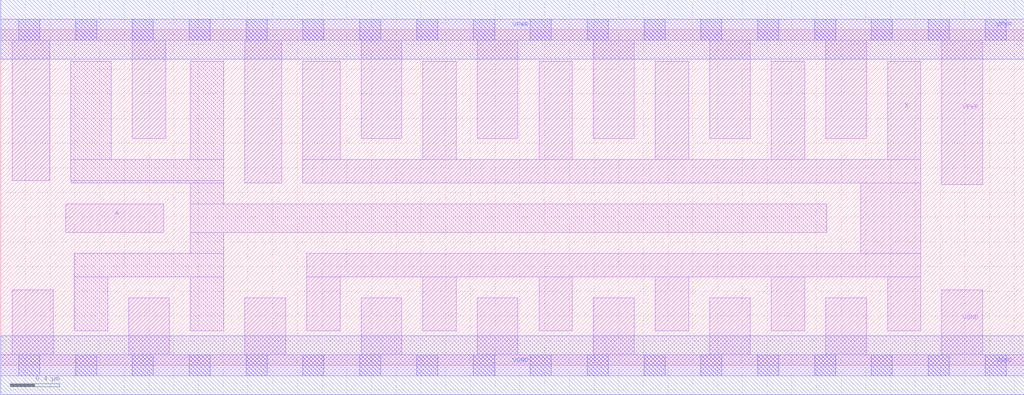
<source format=lef>
# Copyright 2020 The SkyWater PDK Authors
#
# Licensed under the Apache License, Version 2.0 (the "License");
# you may not use this file except in compliance with the License.
# You may obtain a copy of the License at
#
#     https://www.apache.org/licenses/LICENSE-2.0
#
# Unless required by applicable law or agreed to in writing, software
# distributed under the License is distributed on an "AS IS" BASIS,
# WITHOUT WARRANTIES OR CONDITIONS OF ANY KIND, either express or implied.
# See the License for the specific language governing permissions and
# limitations under the License.
#
# SPDX-License-Identifier: Apache-2.0

VERSION 5.7 ;
  NAMESCASESENSITIVE ON ;
  NOWIREEXTENSIONATPIN ON ;
  DIVIDERCHAR "/" ;
  BUSBITCHARS "[]" ;
UNITS
  DATABASE MICRONS 200 ;
END UNITS
PROPERTYDEFINITIONS
  MACRO maskLayoutSubType STRING ;
  MACRO prCellType STRING ;
  MACRO originalViewName STRING ;
END PROPERTYDEFINITIONS
MACRO sky130_fd_sc_hdll__clkbuf_12
  CLASS CORE ;
  FOREIGN sky130_fd_sc_hdll__clkbuf_12 ;
  ORIGIN  0.000000  0.000000 ;
  SIZE  8.280000 BY  2.720000 ;
  SYMMETRY X Y R90 ;
  SITE unithd ;
  PIN A
    ANTENNAGATEAREA  0.972000 ;
    DIRECTION INPUT ;
    USE SIGNAL ;
    PORT
      LAYER li1 ;
        RECT 0.525000 1.075000 1.320000 1.305000 ;
    END
  END A
  PIN VGND
    ANTENNADIFFAREA  1.348200 ;
    DIRECTION INOUT ;
    USE SIGNAL ;
    PORT
      LAYER li1 ;
        RECT 0.000000 -0.085000 8.280000 0.085000 ;
        RECT 0.095000  0.085000 0.425000 0.610000 ;
        RECT 1.035000  0.085000 1.365000 0.545000 ;
        RECT 1.975000  0.085000 2.305000 0.545000 ;
        RECT 2.915000  0.085000 3.245000 0.545000 ;
        RECT 3.855000  0.085000 4.185000 0.545000 ;
        RECT 4.795000  0.085000 5.125000 0.545000 ;
        RECT 5.735000  0.085000 6.065000 0.545000 ;
        RECT 6.675000  0.085000 7.005000 0.545000 ;
        RECT 7.615000  0.085000 7.945000 0.610000 ;
      LAYER mcon ;
        RECT 0.145000 -0.085000 0.315000 0.085000 ;
        RECT 0.605000 -0.085000 0.775000 0.085000 ;
        RECT 1.065000 -0.085000 1.235000 0.085000 ;
        RECT 1.525000 -0.085000 1.695000 0.085000 ;
        RECT 1.985000 -0.085000 2.155000 0.085000 ;
        RECT 2.445000 -0.085000 2.615000 0.085000 ;
        RECT 2.905000 -0.085000 3.075000 0.085000 ;
        RECT 3.365000 -0.085000 3.535000 0.085000 ;
        RECT 3.825000 -0.085000 3.995000 0.085000 ;
        RECT 4.285000 -0.085000 4.455000 0.085000 ;
        RECT 4.745000 -0.085000 4.915000 0.085000 ;
        RECT 5.205000 -0.085000 5.375000 0.085000 ;
        RECT 5.665000 -0.085000 5.835000 0.085000 ;
        RECT 6.125000 -0.085000 6.295000 0.085000 ;
        RECT 6.585000 -0.085000 6.755000 0.085000 ;
        RECT 7.045000 -0.085000 7.215000 0.085000 ;
        RECT 7.505000 -0.085000 7.675000 0.085000 ;
        RECT 7.965000 -0.085000 8.135000 0.085000 ;
      LAYER met1 ;
        RECT 0.000000 -0.240000 8.280000 0.240000 ;
    END
  END VGND
  PIN VPWR
    ANTENNADIFFAREA  2.570000 ;
    DIRECTION INOUT ;
    USE SIGNAL ;
    PORT
      LAYER li1 ;
        RECT 0.000000 2.635000 8.280000 2.805000 ;
        RECT 0.095000 1.495000 0.395000 2.635000 ;
        RECT 1.065000 1.835000 1.335000 2.635000 ;
        RECT 1.975000 1.475000 2.275000 2.635000 ;
        RECT 2.915000 1.835000 3.245000 2.635000 ;
        RECT 3.855000 1.835000 4.185000 2.635000 ;
        RECT 4.795000 1.835000 5.125000 2.635000 ;
        RECT 5.735000 1.835000 6.065000 2.635000 ;
        RECT 6.675000 1.835000 7.005000 2.635000 ;
        RECT 7.615000 1.465000 7.945000 2.635000 ;
      LAYER mcon ;
        RECT 0.145000 2.635000 0.315000 2.805000 ;
        RECT 0.605000 2.635000 0.775000 2.805000 ;
        RECT 1.065000 2.635000 1.235000 2.805000 ;
        RECT 1.525000 2.635000 1.695000 2.805000 ;
        RECT 1.985000 2.635000 2.155000 2.805000 ;
        RECT 2.445000 2.635000 2.615000 2.805000 ;
        RECT 2.905000 2.635000 3.075000 2.805000 ;
        RECT 3.365000 2.635000 3.535000 2.805000 ;
        RECT 3.825000 2.635000 3.995000 2.805000 ;
        RECT 4.285000 2.635000 4.455000 2.805000 ;
        RECT 4.745000 2.635000 4.915000 2.805000 ;
        RECT 5.205000 2.635000 5.375000 2.805000 ;
        RECT 5.665000 2.635000 5.835000 2.805000 ;
        RECT 6.125000 2.635000 6.295000 2.805000 ;
        RECT 6.585000 2.635000 6.755000 2.805000 ;
        RECT 7.045000 2.635000 7.215000 2.805000 ;
        RECT 7.505000 2.635000 7.675000 2.805000 ;
        RECT 7.965000 2.635000 8.135000 2.805000 ;
      LAYER met1 ;
        RECT 0.000000 2.480000 8.280000 2.960000 ;
    END
  END VPWR
  PIN X
    ANTENNADIFFAREA  2.420400 ;
    DIRECTION OUTPUT ;
    USE SIGNAL ;
    PORT
      LAYER li1 ;
        RECT 2.445000 1.475000 7.445000 1.665000 ;
        RECT 2.445000 1.665000 2.745000 2.465000 ;
        RECT 2.475000 0.280000 2.745000 0.715000 ;
        RECT 2.475000 0.715000 7.445000 0.905000 ;
        RECT 3.415000 0.280000 3.685000 0.715000 ;
        RECT 3.415000 1.665000 3.685000 2.465000 ;
        RECT 4.355000 0.280000 4.625000 0.715000 ;
        RECT 4.355000 1.665000 4.625000 2.465000 ;
        RECT 5.295000 0.280000 5.565000 0.715000 ;
        RECT 5.295000 1.665000 5.565000 2.465000 ;
        RECT 6.235000 0.280000 6.505000 0.715000 ;
        RECT 6.235000 1.665000 6.505000 2.465000 ;
        RECT 6.960000 0.905000 7.445000 1.475000 ;
        RECT 7.175000 0.280000 7.445000 0.715000 ;
        RECT 7.175000 1.665000 7.445000 2.465000 ;
    END
  END X
  OBS
    LAYER li1 ;
      RECT 0.565000 1.495000 1.805000 1.665000 ;
      RECT 0.565000 1.665000 0.895000 2.465000 ;
      RECT 0.570000 1.475000 1.805000 1.495000 ;
      RECT 0.595000 0.280000 0.865000 0.715000 ;
      RECT 0.595000 0.715000 1.805000 0.905000 ;
      RECT 1.535000 0.280000 1.805000 0.715000 ;
      RECT 1.535000 0.905000 1.805000 1.075000 ;
      RECT 1.535000 1.075000 6.685000 1.305000 ;
      RECT 1.535000 1.305000 1.805000 1.475000 ;
      RECT 1.535000 1.665000 1.805000 2.465000 ;
  END
  PROPERTY maskLayoutSubType "abstract" ;
  PROPERTY prCellType "standard" ;
  PROPERTY originalViewName "layout" ;
END sky130_fd_sc_hdll__clkbuf_12

</source>
